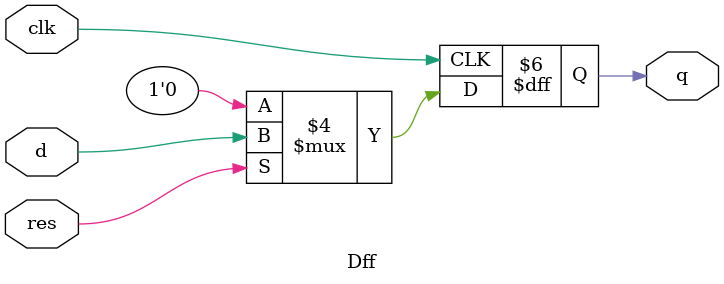
<source format=v>
/*
	K Rahul Reddy	17CO119
	Sushruth V	17CO148
	15 October 2018
*/

module Reg32b (output [0:31] data_out, input [0:31] data_in, input clk, input res);
	// 32 one-bit Memory elements with common Clock and Reset signals
	Dff inst1 (data_out[0], data_in[0], clk, res);
	Dff inst2 (data_out[1], data_in[1], clk, res);
	Dff inst3 (data_out[2], data_in[2], clk, res);
	Dff inst4 (data_out[3], data_in[3], clk, res);
	Dff inst5 (data_out[4], data_in[4], clk, res);
	Dff inst6 (data_out[5], data_in[5], clk, res);
	Dff inst7 (data_out[6], data_in[6], clk, res);
	Dff inst8 (data_out[7], data_in[7], clk, res);
	Dff inst9 (data_out[8], data_in[8], clk, res);
	Dff inst10 (data_out[9], data_in[9], clk, res);
	Dff inst11 (data_out[10], data_in[10], clk, res);
	Dff inst12 (data_out[11], data_in[11], clk, res);
	Dff inst13 (data_out[12], data_in[12], clk, res);
	Dff inst14 (data_out[13], data_in[13], clk, res);
	Dff inst15 (data_out[14], data_in[14], clk, res);
	Dff inst16 (data_out[15], data_in[15], clk, res);
	Dff inst17 (data_out[16], data_in[16], clk, res);
	Dff inst18 (data_out[17], data_in[17], clk, res);
	Dff inst19 (data_out[18], data_in[18], clk, res);
	Dff inst20 (data_out[19], data_in[19], clk, res);
	Dff inst21 (data_out[20], data_in[20], clk, res);
	Dff inst22 (data_out[21], data_in[21], clk, res);
	Dff inst23 (data_out[22], data_in[22], clk, res);
	Dff inst24 (data_out[23], data_in[23], clk, res);
	Dff inst25 (data_out[24], data_in[24], clk, res);
	Dff inst26 (data_out[25], data_in[25], clk, res);
	Dff inst27 (data_out[26], data_in[26], clk, res);
	Dff inst28 (data_out[27], data_in[27], clk, res);
	Dff inst29 (data_out[28], data_in[28], clk, res);
	Dff inst30 (data_out[29], data_in[29], clk, res);
	Dff inst31 (data_out[30], data_in[30], clk, res);
	Dff inst32 (data_out[31], data_in[31], clk, res);
endmodule


module Dff (output reg q, input d, input clk, input res);	// 1-bit Memory
	always @ (posedge clk) begin
		if(res == 1'b0) 
			q <= 1'b0;
		else	
			q <= d;
	end
endmodule

</source>
